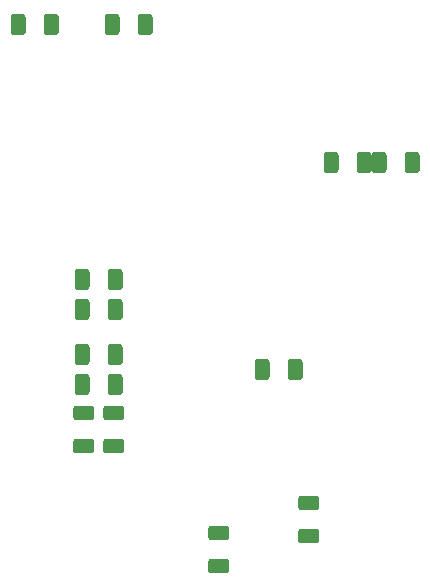
<source format=gbr>
G04 #@! TF.GenerationSoftware,KiCad,Pcbnew,5.1.5-52549c5~84~ubuntu19.10.1*
G04 #@! TF.CreationDate,2020-08-17T19:51:59+03:00*
G04 #@! TF.ProjectId,hymTracker,68796d54-7261-4636-9b65-722e6b696361,rev?*
G04 #@! TF.SameCoordinates,Original*
G04 #@! TF.FileFunction,Paste,Bot*
G04 #@! TF.FilePolarity,Positive*
%FSLAX46Y46*%
G04 Gerber Fmt 4.6, Leading zero omitted, Abs format (unit mm)*
G04 Created by KiCad (PCBNEW 5.1.5-52549c5~84~ubuntu19.10.1) date 2020-08-17 19:51:59*
%MOMM*%
%LPD*%
G04 APERTURE LIST*
%ADD10C,0.100000*%
G04 APERTURE END LIST*
D10*
G36*
X69229504Y-80786204D02*
G01*
X69253773Y-80789804D01*
X69277571Y-80795765D01*
X69300671Y-80804030D01*
X69322849Y-80814520D01*
X69343893Y-80827133D01*
X69363598Y-80841747D01*
X69381777Y-80858223D01*
X69398253Y-80876402D01*
X69412867Y-80896107D01*
X69425480Y-80917151D01*
X69435970Y-80939329D01*
X69444235Y-80962429D01*
X69450196Y-80986227D01*
X69453796Y-81010496D01*
X69455000Y-81035000D01*
X69455000Y-81785000D01*
X69453796Y-81809504D01*
X69450196Y-81833773D01*
X69444235Y-81857571D01*
X69435970Y-81880671D01*
X69425480Y-81902849D01*
X69412867Y-81923893D01*
X69398253Y-81943598D01*
X69381777Y-81961777D01*
X69363598Y-81978253D01*
X69343893Y-81992867D01*
X69322849Y-82005480D01*
X69300671Y-82015970D01*
X69277571Y-82024235D01*
X69253773Y-82030196D01*
X69229504Y-82033796D01*
X69205000Y-82035000D01*
X67955000Y-82035000D01*
X67930496Y-82033796D01*
X67906227Y-82030196D01*
X67882429Y-82024235D01*
X67859329Y-82015970D01*
X67837151Y-82005480D01*
X67816107Y-81992867D01*
X67796402Y-81978253D01*
X67778223Y-81961777D01*
X67761747Y-81943598D01*
X67747133Y-81923893D01*
X67734520Y-81902849D01*
X67724030Y-81880671D01*
X67715765Y-81857571D01*
X67709804Y-81833773D01*
X67706204Y-81809504D01*
X67705000Y-81785000D01*
X67705000Y-81035000D01*
X67706204Y-81010496D01*
X67709804Y-80986227D01*
X67715765Y-80962429D01*
X67724030Y-80939329D01*
X67734520Y-80917151D01*
X67747133Y-80896107D01*
X67761747Y-80876402D01*
X67778223Y-80858223D01*
X67796402Y-80841747D01*
X67816107Y-80827133D01*
X67837151Y-80814520D01*
X67859329Y-80804030D01*
X67882429Y-80795765D01*
X67906227Y-80789804D01*
X67930496Y-80786204D01*
X67955000Y-80785000D01*
X69205000Y-80785000D01*
X69229504Y-80786204D01*
G37*
G36*
X69229504Y-77986204D02*
G01*
X69253773Y-77989804D01*
X69277571Y-77995765D01*
X69300671Y-78004030D01*
X69322849Y-78014520D01*
X69343893Y-78027133D01*
X69363598Y-78041747D01*
X69381777Y-78058223D01*
X69398253Y-78076402D01*
X69412867Y-78096107D01*
X69425480Y-78117151D01*
X69435970Y-78139329D01*
X69444235Y-78162429D01*
X69450196Y-78186227D01*
X69453796Y-78210496D01*
X69455000Y-78235000D01*
X69455000Y-78985000D01*
X69453796Y-79009504D01*
X69450196Y-79033773D01*
X69444235Y-79057571D01*
X69435970Y-79080671D01*
X69425480Y-79102849D01*
X69412867Y-79123893D01*
X69398253Y-79143598D01*
X69381777Y-79161777D01*
X69363598Y-79178253D01*
X69343893Y-79192867D01*
X69322849Y-79205480D01*
X69300671Y-79215970D01*
X69277571Y-79224235D01*
X69253773Y-79230196D01*
X69229504Y-79233796D01*
X69205000Y-79235000D01*
X67955000Y-79235000D01*
X67930496Y-79233796D01*
X67906227Y-79230196D01*
X67882429Y-79224235D01*
X67859329Y-79215970D01*
X67837151Y-79205480D01*
X67816107Y-79192867D01*
X67796402Y-79178253D01*
X67778223Y-79161777D01*
X67761747Y-79143598D01*
X67747133Y-79123893D01*
X67734520Y-79102849D01*
X67724030Y-79080671D01*
X67715765Y-79057571D01*
X67709804Y-79033773D01*
X67706204Y-79009504D01*
X67705000Y-78985000D01*
X67705000Y-78235000D01*
X67706204Y-78210496D01*
X67709804Y-78186227D01*
X67715765Y-78162429D01*
X67724030Y-78139329D01*
X67734520Y-78117151D01*
X67747133Y-78096107D01*
X67761747Y-78076402D01*
X67778223Y-78058223D01*
X67796402Y-78041747D01*
X67816107Y-78027133D01*
X67837151Y-78014520D01*
X67859329Y-78004030D01*
X67882429Y-77995765D01*
X67906227Y-77989804D01*
X67930496Y-77986204D01*
X67955000Y-77985000D01*
X69205000Y-77985000D01*
X69229504Y-77986204D01*
G37*
G36*
X71389504Y-44846204D02*
G01*
X71413773Y-44849804D01*
X71437571Y-44855765D01*
X71460671Y-44864030D01*
X71482849Y-44874520D01*
X71503893Y-44887133D01*
X71523598Y-44901747D01*
X71541777Y-44918223D01*
X71558253Y-44936402D01*
X71572867Y-44956107D01*
X71585480Y-44977151D01*
X71595970Y-44999329D01*
X71604235Y-45022429D01*
X71610196Y-45046227D01*
X71613796Y-45070496D01*
X71615000Y-45095000D01*
X71615000Y-46345000D01*
X71613796Y-46369504D01*
X71610196Y-46393773D01*
X71604235Y-46417571D01*
X71595970Y-46440671D01*
X71585480Y-46462849D01*
X71572867Y-46483893D01*
X71558253Y-46503598D01*
X71541777Y-46521777D01*
X71523598Y-46538253D01*
X71503893Y-46552867D01*
X71482849Y-46565480D01*
X71460671Y-46575970D01*
X71437571Y-46584235D01*
X71413773Y-46590196D01*
X71389504Y-46593796D01*
X71365000Y-46595000D01*
X70615000Y-46595000D01*
X70590496Y-46593796D01*
X70566227Y-46590196D01*
X70542429Y-46584235D01*
X70519329Y-46575970D01*
X70497151Y-46565480D01*
X70476107Y-46552867D01*
X70456402Y-46538253D01*
X70438223Y-46521777D01*
X70421747Y-46503598D01*
X70407133Y-46483893D01*
X70394520Y-46462849D01*
X70384030Y-46440671D01*
X70375765Y-46417571D01*
X70369804Y-46393773D01*
X70366204Y-46369504D01*
X70365000Y-46345000D01*
X70365000Y-45095000D01*
X70366204Y-45070496D01*
X70369804Y-45046227D01*
X70375765Y-45022429D01*
X70384030Y-44999329D01*
X70394520Y-44977151D01*
X70407133Y-44956107D01*
X70421747Y-44936402D01*
X70438223Y-44918223D01*
X70456402Y-44901747D01*
X70476107Y-44887133D01*
X70497151Y-44874520D01*
X70519329Y-44864030D01*
X70542429Y-44855765D01*
X70566227Y-44849804D01*
X70590496Y-44846204D01*
X70615000Y-44845000D01*
X71365000Y-44845000D01*
X71389504Y-44846204D01*
G37*
G36*
X74189504Y-44846204D02*
G01*
X74213773Y-44849804D01*
X74237571Y-44855765D01*
X74260671Y-44864030D01*
X74282849Y-44874520D01*
X74303893Y-44887133D01*
X74323598Y-44901747D01*
X74341777Y-44918223D01*
X74358253Y-44936402D01*
X74372867Y-44956107D01*
X74385480Y-44977151D01*
X74395970Y-44999329D01*
X74404235Y-45022429D01*
X74410196Y-45046227D01*
X74413796Y-45070496D01*
X74415000Y-45095000D01*
X74415000Y-46345000D01*
X74413796Y-46369504D01*
X74410196Y-46393773D01*
X74404235Y-46417571D01*
X74395970Y-46440671D01*
X74385480Y-46462849D01*
X74372867Y-46483893D01*
X74358253Y-46503598D01*
X74341777Y-46521777D01*
X74323598Y-46538253D01*
X74303893Y-46552867D01*
X74282849Y-46565480D01*
X74260671Y-46575970D01*
X74237571Y-46584235D01*
X74213773Y-46590196D01*
X74189504Y-46593796D01*
X74165000Y-46595000D01*
X73415000Y-46595000D01*
X73390496Y-46593796D01*
X73366227Y-46590196D01*
X73342429Y-46584235D01*
X73319329Y-46575970D01*
X73297151Y-46565480D01*
X73276107Y-46552867D01*
X73256402Y-46538253D01*
X73238223Y-46521777D01*
X73221747Y-46503598D01*
X73207133Y-46483893D01*
X73194520Y-46462849D01*
X73184030Y-46440671D01*
X73175765Y-46417571D01*
X73169804Y-46393773D01*
X73166204Y-46369504D01*
X73165000Y-46345000D01*
X73165000Y-45095000D01*
X73166204Y-45070496D01*
X73169804Y-45046227D01*
X73175765Y-45022429D01*
X73184030Y-44999329D01*
X73194520Y-44977151D01*
X73207133Y-44956107D01*
X73221747Y-44936402D01*
X73238223Y-44918223D01*
X73256402Y-44901747D01*
X73276107Y-44887133D01*
X73297151Y-44874520D01*
X73319329Y-44864030D01*
X73342429Y-44855765D01*
X73366227Y-44849804D01*
X73390496Y-44846204D01*
X73415000Y-44845000D01*
X74165000Y-44845000D01*
X74189504Y-44846204D01*
G37*
G36*
X88279504Y-85606204D02*
G01*
X88303773Y-85609804D01*
X88327571Y-85615765D01*
X88350671Y-85624030D01*
X88372849Y-85634520D01*
X88393893Y-85647133D01*
X88413598Y-85661747D01*
X88431777Y-85678223D01*
X88448253Y-85696402D01*
X88462867Y-85716107D01*
X88475480Y-85737151D01*
X88485970Y-85759329D01*
X88494235Y-85782429D01*
X88500196Y-85806227D01*
X88503796Y-85830496D01*
X88505000Y-85855000D01*
X88505000Y-86605000D01*
X88503796Y-86629504D01*
X88500196Y-86653773D01*
X88494235Y-86677571D01*
X88485970Y-86700671D01*
X88475480Y-86722849D01*
X88462867Y-86743893D01*
X88448253Y-86763598D01*
X88431777Y-86781777D01*
X88413598Y-86798253D01*
X88393893Y-86812867D01*
X88372849Y-86825480D01*
X88350671Y-86835970D01*
X88327571Y-86844235D01*
X88303773Y-86850196D01*
X88279504Y-86853796D01*
X88255000Y-86855000D01*
X87005000Y-86855000D01*
X86980496Y-86853796D01*
X86956227Y-86850196D01*
X86932429Y-86844235D01*
X86909329Y-86835970D01*
X86887151Y-86825480D01*
X86866107Y-86812867D01*
X86846402Y-86798253D01*
X86828223Y-86781777D01*
X86811747Y-86763598D01*
X86797133Y-86743893D01*
X86784520Y-86722849D01*
X86774030Y-86700671D01*
X86765765Y-86677571D01*
X86759804Y-86653773D01*
X86756204Y-86629504D01*
X86755000Y-86605000D01*
X86755000Y-85855000D01*
X86756204Y-85830496D01*
X86759804Y-85806227D01*
X86765765Y-85782429D01*
X86774030Y-85759329D01*
X86784520Y-85737151D01*
X86797133Y-85716107D01*
X86811747Y-85696402D01*
X86828223Y-85678223D01*
X86846402Y-85661747D01*
X86866107Y-85647133D01*
X86887151Y-85634520D01*
X86909329Y-85624030D01*
X86932429Y-85615765D01*
X86956227Y-85609804D01*
X86980496Y-85606204D01*
X87005000Y-85605000D01*
X88255000Y-85605000D01*
X88279504Y-85606204D01*
G37*
G36*
X88279504Y-88406204D02*
G01*
X88303773Y-88409804D01*
X88327571Y-88415765D01*
X88350671Y-88424030D01*
X88372849Y-88434520D01*
X88393893Y-88447133D01*
X88413598Y-88461747D01*
X88431777Y-88478223D01*
X88448253Y-88496402D01*
X88462867Y-88516107D01*
X88475480Y-88537151D01*
X88485970Y-88559329D01*
X88494235Y-88582429D01*
X88500196Y-88606227D01*
X88503796Y-88630496D01*
X88505000Y-88655000D01*
X88505000Y-89405000D01*
X88503796Y-89429504D01*
X88500196Y-89453773D01*
X88494235Y-89477571D01*
X88485970Y-89500671D01*
X88475480Y-89522849D01*
X88462867Y-89543893D01*
X88448253Y-89563598D01*
X88431777Y-89581777D01*
X88413598Y-89598253D01*
X88393893Y-89612867D01*
X88372849Y-89625480D01*
X88350671Y-89635970D01*
X88327571Y-89644235D01*
X88303773Y-89650196D01*
X88279504Y-89653796D01*
X88255000Y-89655000D01*
X87005000Y-89655000D01*
X86980496Y-89653796D01*
X86956227Y-89650196D01*
X86932429Y-89644235D01*
X86909329Y-89635970D01*
X86887151Y-89625480D01*
X86866107Y-89612867D01*
X86846402Y-89598253D01*
X86828223Y-89581777D01*
X86811747Y-89563598D01*
X86797133Y-89543893D01*
X86784520Y-89522849D01*
X86774030Y-89500671D01*
X86765765Y-89477571D01*
X86759804Y-89453773D01*
X86756204Y-89429504D01*
X86755000Y-89405000D01*
X86755000Y-88655000D01*
X86756204Y-88630496D01*
X86759804Y-88606227D01*
X86765765Y-88582429D01*
X86774030Y-88559329D01*
X86784520Y-88537151D01*
X86797133Y-88516107D01*
X86811747Y-88496402D01*
X86828223Y-88478223D01*
X86846402Y-88461747D01*
X86866107Y-88447133D01*
X86887151Y-88434520D01*
X86909329Y-88424030D01*
X86932429Y-88415765D01*
X86956227Y-88409804D01*
X86980496Y-88406204D01*
X87005000Y-88405000D01*
X88255000Y-88405000D01*
X88279504Y-88406204D01*
G37*
G36*
X71769504Y-77986204D02*
G01*
X71793773Y-77989804D01*
X71817571Y-77995765D01*
X71840671Y-78004030D01*
X71862849Y-78014520D01*
X71883893Y-78027133D01*
X71903598Y-78041747D01*
X71921777Y-78058223D01*
X71938253Y-78076402D01*
X71952867Y-78096107D01*
X71965480Y-78117151D01*
X71975970Y-78139329D01*
X71984235Y-78162429D01*
X71990196Y-78186227D01*
X71993796Y-78210496D01*
X71995000Y-78235000D01*
X71995000Y-78985000D01*
X71993796Y-79009504D01*
X71990196Y-79033773D01*
X71984235Y-79057571D01*
X71975970Y-79080671D01*
X71965480Y-79102849D01*
X71952867Y-79123893D01*
X71938253Y-79143598D01*
X71921777Y-79161777D01*
X71903598Y-79178253D01*
X71883893Y-79192867D01*
X71862849Y-79205480D01*
X71840671Y-79215970D01*
X71817571Y-79224235D01*
X71793773Y-79230196D01*
X71769504Y-79233796D01*
X71745000Y-79235000D01*
X70495000Y-79235000D01*
X70470496Y-79233796D01*
X70446227Y-79230196D01*
X70422429Y-79224235D01*
X70399329Y-79215970D01*
X70377151Y-79205480D01*
X70356107Y-79192867D01*
X70336402Y-79178253D01*
X70318223Y-79161777D01*
X70301747Y-79143598D01*
X70287133Y-79123893D01*
X70274520Y-79102849D01*
X70264030Y-79080671D01*
X70255765Y-79057571D01*
X70249804Y-79033773D01*
X70246204Y-79009504D01*
X70245000Y-78985000D01*
X70245000Y-78235000D01*
X70246204Y-78210496D01*
X70249804Y-78186227D01*
X70255765Y-78162429D01*
X70264030Y-78139329D01*
X70274520Y-78117151D01*
X70287133Y-78096107D01*
X70301747Y-78076402D01*
X70318223Y-78058223D01*
X70336402Y-78041747D01*
X70356107Y-78027133D01*
X70377151Y-78014520D01*
X70399329Y-78004030D01*
X70422429Y-77995765D01*
X70446227Y-77989804D01*
X70470496Y-77986204D01*
X70495000Y-77985000D01*
X71745000Y-77985000D01*
X71769504Y-77986204D01*
G37*
G36*
X71769504Y-80786204D02*
G01*
X71793773Y-80789804D01*
X71817571Y-80795765D01*
X71840671Y-80804030D01*
X71862849Y-80814520D01*
X71883893Y-80827133D01*
X71903598Y-80841747D01*
X71921777Y-80858223D01*
X71938253Y-80876402D01*
X71952867Y-80896107D01*
X71965480Y-80917151D01*
X71975970Y-80939329D01*
X71984235Y-80962429D01*
X71990196Y-80986227D01*
X71993796Y-81010496D01*
X71995000Y-81035000D01*
X71995000Y-81785000D01*
X71993796Y-81809504D01*
X71990196Y-81833773D01*
X71984235Y-81857571D01*
X71975970Y-81880671D01*
X71965480Y-81902849D01*
X71952867Y-81923893D01*
X71938253Y-81943598D01*
X71921777Y-81961777D01*
X71903598Y-81978253D01*
X71883893Y-81992867D01*
X71862849Y-82005480D01*
X71840671Y-82015970D01*
X71817571Y-82024235D01*
X71793773Y-82030196D01*
X71769504Y-82033796D01*
X71745000Y-82035000D01*
X70495000Y-82035000D01*
X70470496Y-82033796D01*
X70446227Y-82030196D01*
X70422429Y-82024235D01*
X70399329Y-82015970D01*
X70377151Y-82005480D01*
X70356107Y-81992867D01*
X70336402Y-81978253D01*
X70318223Y-81961777D01*
X70301747Y-81943598D01*
X70287133Y-81923893D01*
X70274520Y-81902849D01*
X70264030Y-81880671D01*
X70255765Y-81857571D01*
X70249804Y-81833773D01*
X70246204Y-81809504D01*
X70245000Y-81785000D01*
X70245000Y-81035000D01*
X70246204Y-81010496D01*
X70249804Y-80986227D01*
X70255765Y-80962429D01*
X70264030Y-80939329D01*
X70274520Y-80917151D01*
X70287133Y-80896107D01*
X70301747Y-80876402D01*
X70318223Y-80858223D01*
X70336402Y-80841747D01*
X70356107Y-80827133D01*
X70377151Y-80814520D01*
X70399329Y-80804030D01*
X70422429Y-80795765D01*
X70446227Y-80789804D01*
X70470496Y-80786204D01*
X70495000Y-80785000D01*
X71745000Y-80785000D01*
X71769504Y-80786204D01*
G37*
G36*
X86889504Y-74056204D02*
G01*
X86913773Y-74059804D01*
X86937571Y-74065765D01*
X86960671Y-74074030D01*
X86982849Y-74084520D01*
X87003893Y-74097133D01*
X87023598Y-74111747D01*
X87041777Y-74128223D01*
X87058253Y-74146402D01*
X87072867Y-74166107D01*
X87085480Y-74187151D01*
X87095970Y-74209329D01*
X87104235Y-74232429D01*
X87110196Y-74256227D01*
X87113796Y-74280496D01*
X87115000Y-74305000D01*
X87115000Y-75555000D01*
X87113796Y-75579504D01*
X87110196Y-75603773D01*
X87104235Y-75627571D01*
X87095970Y-75650671D01*
X87085480Y-75672849D01*
X87072867Y-75693893D01*
X87058253Y-75713598D01*
X87041777Y-75731777D01*
X87023598Y-75748253D01*
X87003893Y-75762867D01*
X86982849Y-75775480D01*
X86960671Y-75785970D01*
X86937571Y-75794235D01*
X86913773Y-75800196D01*
X86889504Y-75803796D01*
X86865000Y-75805000D01*
X86115000Y-75805000D01*
X86090496Y-75803796D01*
X86066227Y-75800196D01*
X86042429Y-75794235D01*
X86019329Y-75785970D01*
X85997151Y-75775480D01*
X85976107Y-75762867D01*
X85956402Y-75748253D01*
X85938223Y-75731777D01*
X85921747Y-75713598D01*
X85907133Y-75693893D01*
X85894520Y-75672849D01*
X85884030Y-75650671D01*
X85875765Y-75627571D01*
X85869804Y-75603773D01*
X85866204Y-75579504D01*
X85865000Y-75555000D01*
X85865000Y-74305000D01*
X85866204Y-74280496D01*
X85869804Y-74256227D01*
X85875765Y-74232429D01*
X85884030Y-74209329D01*
X85894520Y-74187151D01*
X85907133Y-74166107D01*
X85921747Y-74146402D01*
X85938223Y-74128223D01*
X85956402Y-74111747D01*
X85976107Y-74097133D01*
X85997151Y-74084520D01*
X86019329Y-74074030D01*
X86042429Y-74065765D01*
X86066227Y-74059804D01*
X86090496Y-74056204D01*
X86115000Y-74055000D01*
X86865000Y-74055000D01*
X86889504Y-74056204D01*
G37*
G36*
X84089504Y-74056204D02*
G01*
X84113773Y-74059804D01*
X84137571Y-74065765D01*
X84160671Y-74074030D01*
X84182849Y-74084520D01*
X84203893Y-74097133D01*
X84223598Y-74111747D01*
X84241777Y-74128223D01*
X84258253Y-74146402D01*
X84272867Y-74166107D01*
X84285480Y-74187151D01*
X84295970Y-74209329D01*
X84304235Y-74232429D01*
X84310196Y-74256227D01*
X84313796Y-74280496D01*
X84315000Y-74305000D01*
X84315000Y-75555000D01*
X84313796Y-75579504D01*
X84310196Y-75603773D01*
X84304235Y-75627571D01*
X84295970Y-75650671D01*
X84285480Y-75672849D01*
X84272867Y-75693893D01*
X84258253Y-75713598D01*
X84241777Y-75731777D01*
X84223598Y-75748253D01*
X84203893Y-75762867D01*
X84182849Y-75775480D01*
X84160671Y-75785970D01*
X84137571Y-75794235D01*
X84113773Y-75800196D01*
X84089504Y-75803796D01*
X84065000Y-75805000D01*
X83315000Y-75805000D01*
X83290496Y-75803796D01*
X83266227Y-75800196D01*
X83242429Y-75794235D01*
X83219329Y-75785970D01*
X83197151Y-75775480D01*
X83176107Y-75762867D01*
X83156402Y-75748253D01*
X83138223Y-75731777D01*
X83121747Y-75713598D01*
X83107133Y-75693893D01*
X83094520Y-75672849D01*
X83084030Y-75650671D01*
X83075765Y-75627571D01*
X83069804Y-75603773D01*
X83066204Y-75579504D01*
X83065000Y-75555000D01*
X83065000Y-74305000D01*
X83066204Y-74280496D01*
X83069804Y-74256227D01*
X83075765Y-74232429D01*
X83084030Y-74209329D01*
X83094520Y-74187151D01*
X83107133Y-74166107D01*
X83121747Y-74146402D01*
X83138223Y-74128223D01*
X83156402Y-74111747D01*
X83176107Y-74097133D01*
X83197151Y-74084520D01*
X83219329Y-74074030D01*
X83242429Y-74065765D01*
X83266227Y-74059804D01*
X83290496Y-74056204D01*
X83315000Y-74055000D01*
X84065000Y-74055000D01*
X84089504Y-74056204D01*
G37*
G36*
X68849504Y-75326204D02*
G01*
X68873773Y-75329804D01*
X68897571Y-75335765D01*
X68920671Y-75344030D01*
X68942849Y-75354520D01*
X68963893Y-75367133D01*
X68983598Y-75381747D01*
X69001777Y-75398223D01*
X69018253Y-75416402D01*
X69032867Y-75436107D01*
X69045480Y-75457151D01*
X69055970Y-75479329D01*
X69064235Y-75502429D01*
X69070196Y-75526227D01*
X69073796Y-75550496D01*
X69075000Y-75575000D01*
X69075000Y-76825000D01*
X69073796Y-76849504D01*
X69070196Y-76873773D01*
X69064235Y-76897571D01*
X69055970Y-76920671D01*
X69045480Y-76942849D01*
X69032867Y-76963893D01*
X69018253Y-76983598D01*
X69001777Y-77001777D01*
X68983598Y-77018253D01*
X68963893Y-77032867D01*
X68942849Y-77045480D01*
X68920671Y-77055970D01*
X68897571Y-77064235D01*
X68873773Y-77070196D01*
X68849504Y-77073796D01*
X68825000Y-77075000D01*
X68075000Y-77075000D01*
X68050496Y-77073796D01*
X68026227Y-77070196D01*
X68002429Y-77064235D01*
X67979329Y-77055970D01*
X67957151Y-77045480D01*
X67936107Y-77032867D01*
X67916402Y-77018253D01*
X67898223Y-77001777D01*
X67881747Y-76983598D01*
X67867133Y-76963893D01*
X67854520Y-76942849D01*
X67844030Y-76920671D01*
X67835765Y-76897571D01*
X67829804Y-76873773D01*
X67826204Y-76849504D01*
X67825000Y-76825000D01*
X67825000Y-75575000D01*
X67826204Y-75550496D01*
X67829804Y-75526227D01*
X67835765Y-75502429D01*
X67844030Y-75479329D01*
X67854520Y-75457151D01*
X67867133Y-75436107D01*
X67881747Y-75416402D01*
X67898223Y-75398223D01*
X67916402Y-75381747D01*
X67936107Y-75367133D01*
X67957151Y-75354520D01*
X67979329Y-75344030D01*
X68002429Y-75335765D01*
X68026227Y-75329804D01*
X68050496Y-75326204D01*
X68075000Y-75325000D01*
X68825000Y-75325000D01*
X68849504Y-75326204D01*
G37*
G36*
X71649504Y-75326204D02*
G01*
X71673773Y-75329804D01*
X71697571Y-75335765D01*
X71720671Y-75344030D01*
X71742849Y-75354520D01*
X71763893Y-75367133D01*
X71783598Y-75381747D01*
X71801777Y-75398223D01*
X71818253Y-75416402D01*
X71832867Y-75436107D01*
X71845480Y-75457151D01*
X71855970Y-75479329D01*
X71864235Y-75502429D01*
X71870196Y-75526227D01*
X71873796Y-75550496D01*
X71875000Y-75575000D01*
X71875000Y-76825000D01*
X71873796Y-76849504D01*
X71870196Y-76873773D01*
X71864235Y-76897571D01*
X71855970Y-76920671D01*
X71845480Y-76942849D01*
X71832867Y-76963893D01*
X71818253Y-76983598D01*
X71801777Y-77001777D01*
X71783598Y-77018253D01*
X71763893Y-77032867D01*
X71742849Y-77045480D01*
X71720671Y-77055970D01*
X71697571Y-77064235D01*
X71673773Y-77070196D01*
X71649504Y-77073796D01*
X71625000Y-77075000D01*
X70875000Y-77075000D01*
X70850496Y-77073796D01*
X70826227Y-77070196D01*
X70802429Y-77064235D01*
X70779329Y-77055970D01*
X70757151Y-77045480D01*
X70736107Y-77032867D01*
X70716402Y-77018253D01*
X70698223Y-77001777D01*
X70681747Y-76983598D01*
X70667133Y-76963893D01*
X70654520Y-76942849D01*
X70644030Y-76920671D01*
X70635765Y-76897571D01*
X70629804Y-76873773D01*
X70626204Y-76849504D01*
X70625000Y-76825000D01*
X70625000Y-75575000D01*
X70626204Y-75550496D01*
X70629804Y-75526227D01*
X70635765Y-75502429D01*
X70644030Y-75479329D01*
X70654520Y-75457151D01*
X70667133Y-75436107D01*
X70681747Y-75416402D01*
X70698223Y-75398223D01*
X70716402Y-75381747D01*
X70736107Y-75367133D01*
X70757151Y-75354520D01*
X70779329Y-75344030D01*
X70802429Y-75335765D01*
X70826227Y-75329804D01*
X70850496Y-75326204D01*
X70875000Y-75325000D01*
X71625000Y-75325000D01*
X71649504Y-75326204D01*
G37*
G36*
X68849504Y-72786204D02*
G01*
X68873773Y-72789804D01*
X68897571Y-72795765D01*
X68920671Y-72804030D01*
X68942849Y-72814520D01*
X68963893Y-72827133D01*
X68983598Y-72841747D01*
X69001777Y-72858223D01*
X69018253Y-72876402D01*
X69032867Y-72896107D01*
X69045480Y-72917151D01*
X69055970Y-72939329D01*
X69064235Y-72962429D01*
X69070196Y-72986227D01*
X69073796Y-73010496D01*
X69075000Y-73035000D01*
X69075000Y-74285000D01*
X69073796Y-74309504D01*
X69070196Y-74333773D01*
X69064235Y-74357571D01*
X69055970Y-74380671D01*
X69045480Y-74402849D01*
X69032867Y-74423893D01*
X69018253Y-74443598D01*
X69001777Y-74461777D01*
X68983598Y-74478253D01*
X68963893Y-74492867D01*
X68942849Y-74505480D01*
X68920671Y-74515970D01*
X68897571Y-74524235D01*
X68873773Y-74530196D01*
X68849504Y-74533796D01*
X68825000Y-74535000D01*
X68075000Y-74535000D01*
X68050496Y-74533796D01*
X68026227Y-74530196D01*
X68002429Y-74524235D01*
X67979329Y-74515970D01*
X67957151Y-74505480D01*
X67936107Y-74492867D01*
X67916402Y-74478253D01*
X67898223Y-74461777D01*
X67881747Y-74443598D01*
X67867133Y-74423893D01*
X67854520Y-74402849D01*
X67844030Y-74380671D01*
X67835765Y-74357571D01*
X67829804Y-74333773D01*
X67826204Y-74309504D01*
X67825000Y-74285000D01*
X67825000Y-73035000D01*
X67826204Y-73010496D01*
X67829804Y-72986227D01*
X67835765Y-72962429D01*
X67844030Y-72939329D01*
X67854520Y-72917151D01*
X67867133Y-72896107D01*
X67881747Y-72876402D01*
X67898223Y-72858223D01*
X67916402Y-72841747D01*
X67936107Y-72827133D01*
X67957151Y-72814520D01*
X67979329Y-72804030D01*
X68002429Y-72795765D01*
X68026227Y-72789804D01*
X68050496Y-72786204D01*
X68075000Y-72785000D01*
X68825000Y-72785000D01*
X68849504Y-72786204D01*
G37*
G36*
X71649504Y-72786204D02*
G01*
X71673773Y-72789804D01*
X71697571Y-72795765D01*
X71720671Y-72804030D01*
X71742849Y-72814520D01*
X71763893Y-72827133D01*
X71783598Y-72841747D01*
X71801777Y-72858223D01*
X71818253Y-72876402D01*
X71832867Y-72896107D01*
X71845480Y-72917151D01*
X71855970Y-72939329D01*
X71864235Y-72962429D01*
X71870196Y-72986227D01*
X71873796Y-73010496D01*
X71875000Y-73035000D01*
X71875000Y-74285000D01*
X71873796Y-74309504D01*
X71870196Y-74333773D01*
X71864235Y-74357571D01*
X71855970Y-74380671D01*
X71845480Y-74402849D01*
X71832867Y-74423893D01*
X71818253Y-74443598D01*
X71801777Y-74461777D01*
X71783598Y-74478253D01*
X71763893Y-74492867D01*
X71742849Y-74505480D01*
X71720671Y-74515970D01*
X71697571Y-74524235D01*
X71673773Y-74530196D01*
X71649504Y-74533796D01*
X71625000Y-74535000D01*
X70875000Y-74535000D01*
X70850496Y-74533796D01*
X70826227Y-74530196D01*
X70802429Y-74524235D01*
X70779329Y-74515970D01*
X70757151Y-74505480D01*
X70736107Y-74492867D01*
X70716402Y-74478253D01*
X70698223Y-74461777D01*
X70681747Y-74443598D01*
X70667133Y-74423893D01*
X70654520Y-74402849D01*
X70644030Y-74380671D01*
X70635765Y-74357571D01*
X70629804Y-74333773D01*
X70626204Y-74309504D01*
X70625000Y-74285000D01*
X70625000Y-73035000D01*
X70626204Y-73010496D01*
X70629804Y-72986227D01*
X70635765Y-72962429D01*
X70644030Y-72939329D01*
X70654520Y-72917151D01*
X70667133Y-72896107D01*
X70681747Y-72876402D01*
X70698223Y-72858223D01*
X70716402Y-72841747D01*
X70736107Y-72827133D01*
X70757151Y-72814520D01*
X70779329Y-72804030D01*
X70802429Y-72795765D01*
X70826227Y-72789804D01*
X70850496Y-72786204D01*
X70875000Y-72785000D01*
X71625000Y-72785000D01*
X71649504Y-72786204D01*
G37*
G36*
X68849504Y-68976204D02*
G01*
X68873773Y-68979804D01*
X68897571Y-68985765D01*
X68920671Y-68994030D01*
X68942849Y-69004520D01*
X68963893Y-69017133D01*
X68983598Y-69031747D01*
X69001777Y-69048223D01*
X69018253Y-69066402D01*
X69032867Y-69086107D01*
X69045480Y-69107151D01*
X69055970Y-69129329D01*
X69064235Y-69152429D01*
X69070196Y-69176227D01*
X69073796Y-69200496D01*
X69075000Y-69225000D01*
X69075000Y-70475000D01*
X69073796Y-70499504D01*
X69070196Y-70523773D01*
X69064235Y-70547571D01*
X69055970Y-70570671D01*
X69045480Y-70592849D01*
X69032867Y-70613893D01*
X69018253Y-70633598D01*
X69001777Y-70651777D01*
X68983598Y-70668253D01*
X68963893Y-70682867D01*
X68942849Y-70695480D01*
X68920671Y-70705970D01*
X68897571Y-70714235D01*
X68873773Y-70720196D01*
X68849504Y-70723796D01*
X68825000Y-70725000D01*
X68075000Y-70725000D01*
X68050496Y-70723796D01*
X68026227Y-70720196D01*
X68002429Y-70714235D01*
X67979329Y-70705970D01*
X67957151Y-70695480D01*
X67936107Y-70682867D01*
X67916402Y-70668253D01*
X67898223Y-70651777D01*
X67881747Y-70633598D01*
X67867133Y-70613893D01*
X67854520Y-70592849D01*
X67844030Y-70570671D01*
X67835765Y-70547571D01*
X67829804Y-70523773D01*
X67826204Y-70499504D01*
X67825000Y-70475000D01*
X67825000Y-69225000D01*
X67826204Y-69200496D01*
X67829804Y-69176227D01*
X67835765Y-69152429D01*
X67844030Y-69129329D01*
X67854520Y-69107151D01*
X67867133Y-69086107D01*
X67881747Y-69066402D01*
X67898223Y-69048223D01*
X67916402Y-69031747D01*
X67936107Y-69017133D01*
X67957151Y-69004520D01*
X67979329Y-68994030D01*
X68002429Y-68985765D01*
X68026227Y-68979804D01*
X68050496Y-68976204D01*
X68075000Y-68975000D01*
X68825000Y-68975000D01*
X68849504Y-68976204D01*
G37*
G36*
X71649504Y-68976204D02*
G01*
X71673773Y-68979804D01*
X71697571Y-68985765D01*
X71720671Y-68994030D01*
X71742849Y-69004520D01*
X71763893Y-69017133D01*
X71783598Y-69031747D01*
X71801777Y-69048223D01*
X71818253Y-69066402D01*
X71832867Y-69086107D01*
X71845480Y-69107151D01*
X71855970Y-69129329D01*
X71864235Y-69152429D01*
X71870196Y-69176227D01*
X71873796Y-69200496D01*
X71875000Y-69225000D01*
X71875000Y-70475000D01*
X71873796Y-70499504D01*
X71870196Y-70523773D01*
X71864235Y-70547571D01*
X71855970Y-70570671D01*
X71845480Y-70592849D01*
X71832867Y-70613893D01*
X71818253Y-70633598D01*
X71801777Y-70651777D01*
X71783598Y-70668253D01*
X71763893Y-70682867D01*
X71742849Y-70695480D01*
X71720671Y-70705970D01*
X71697571Y-70714235D01*
X71673773Y-70720196D01*
X71649504Y-70723796D01*
X71625000Y-70725000D01*
X70875000Y-70725000D01*
X70850496Y-70723796D01*
X70826227Y-70720196D01*
X70802429Y-70714235D01*
X70779329Y-70705970D01*
X70757151Y-70695480D01*
X70736107Y-70682867D01*
X70716402Y-70668253D01*
X70698223Y-70651777D01*
X70681747Y-70633598D01*
X70667133Y-70613893D01*
X70654520Y-70592849D01*
X70644030Y-70570671D01*
X70635765Y-70547571D01*
X70629804Y-70523773D01*
X70626204Y-70499504D01*
X70625000Y-70475000D01*
X70625000Y-69225000D01*
X70626204Y-69200496D01*
X70629804Y-69176227D01*
X70635765Y-69152429D01*
X70644030Y-69129329D01*
X70654520Y-69107151D01*
X70667133Y-69086107D01*
X70681747Y-69066402D01*
X70698223Y-69048223D01*
X70716402Y-69031747D01*
X70736107Y-69017133D01*
X70757151Y-69004520D01*
X70779329Y-68994030D01*
X70802429Y-68985765D01*
X70826227Y-68979804D01*
X70850496Y-68976204D01*
X70875000Y-68975000D01*
X71625000Y-68975000D01*
X71649504Y-68976204D01*
G37*
G36*
X68849504Y-66436204D02*
G01*
X68873773Y-66439804D01*
X68897571Y-66445765D01*
X68920671Y-66454030D01*
X68942849Y-66464520D01*
X68963893Y-66477133D01*
X68983598Y-66491747D01*
X69001777Y-66508223D01*
X69018253Y-66526402D01*
X69032867Y-66546107D01*
X69045480Y-66567151D01*
X69055970Y-66589329D01*
X69064235Y-66612429D01*
X69070196Y-66636227D01*
X69073796Y-66660496D01*
X69075000Y-66685000D01*
X69075000Y-67935000D01*
X69073796Y-67959504D01*
X69070196Y-67983773D01*
X69064235Y-68007571D01*
X69055970Y-68030671D01*
X69045480Y-68052849D01*
X69032867Y-68073893D01*
X69018253Y-68093598D01*
X69001777Y-68111777D01*
X68983598Y-68128253D01*
X68963893Y-68142867D01*
X68942849Y-68155480D01*
X68920671Y-68165970D01*
X68897571Y-68174235D01*
X68873773Y-68180196D01*
X68849504Y-68183796D01*
X68825000Y-68185000D01*
X68075000Y-68185000D01*
X68050496Y-68183796D01*
X68026227Y-68180196D01*
X68002429Y-68174235D01*
X67979329Y-68165970D01*
X67957151Y-68155480D01*
X67936107Y-68142867D01*
X67916402Y-68128253D01*
X67898223Y-68111777D01*
X67881747Y-68093598D01*
X67867133Y-68073893D01*
X67854520Y-68052849D01*
X67844030Y-68030671D01*
X67835765Y-68007571D01*
X67829804Y-67983773D01*
X67826204Y-67959504D01*
X67825000Y-67935000D01*
X67825000Y-66685000D01*
X67826204Y-66660496D01*
X67829804Y-66636227D01*
X67835765Y-66612429D01*
X67844030Y-66589329D01*
X67854520Y-66567151D01*
X67867133Y-66546107D01*
X67881747Y-66526402D01*
X67898223Y-66508223D01*
X67916402Y-66491747D01*
X67936107Y-66477133D01*
X67957151Y-66464520D01*
X67979329Y-66454030D01*
X68002429Y-66445765D01*
X68026227Y-66439804D01*
X68050496Y-66436204D01*
X68075000Y-66435000D01*
X68825000Y-66435000D01*
X68849504Y-66436204D01*
G37*
G36*
X71649504Y-66436204D02*
G01*
X71673773Y-66439804D01*
X71697571Y-66445765D01*
X71720671Y-66454030D01*
X71742849Y-66464520D01*
X71763893Y-66477133D01*
X71783598Y-66491747D01*
X71801777Y-66508223D01*
X71818253Y-66526402D01*
X71832867Y-66546107D01*
X71845480Y-66567151D01*
X71855970Y-66589329D01*
X71864235Y-66612429D01*
X71870196Y-66636227D01*
X71873796Y-66660496D01*
X71875000Y-66685000D01*
X71875000Y-67935000D01*
X71873796Y-67959504D01*
X71870196Y-67983773D01*
X71864235Y-68007571D01*
X71855970Y-68030671D01*
X71845480Y-68052849D01*
X71832867Y-68073893D01*
X71818253Y-68093598D01*
X71801777Y-68111777D01*
X71783598Y-68128253D01*
X71763893Y-68142867D01*
X71742849Y-68155480D01*
X71720671Y-68165970D01*
X71697571Y-68174235D01*
X71673773Y-68180196D01*
X71649504Y-68183796D01*
X71625000Y-68185000D01*
X70875000Y-68185000D01*
X70850496Y-68183796D01*
X70826227Y-68180196D01*
X70802429Y-68174235D01*
X70779329Y-68165970D01*
X70757151Y-68155480D01*
X70736107Y-68142867D01*
X70716402Y-68128253D01*
X70698223Y-68111777D01*
X70681747Y-68093598D01*
X70667133Y-68073893D01*
X70654520Y-68052849D01*
X70644030Y-68030671D01*
X70635765Y-68007571D01*
X70629804Y-67983773D01*
X70626204Y-67959504D01*
X70625000Y-67935000D01*
X70625000Y-66685000D01*
X70626204Y-66660496D01*
X70629804Y-66636227D01*
X70635765Y-66612429D01*
X70644030Y-66589329D01*
X70654520Y-66567151D01*
X70667133Y-66546107D01*
X70681747Y-66526402D01*
X70698223Y-66508223D01*
X70716402Y-66491747D01*
X70736107Y-66477133D01*
X70757151Y-66464520D01*
X70779329Y-66454030D01*
X70802429Y-66445765D01*
X70826227Y-66439804D01*
X70850496Y-66436204D01*
X70875000Y-66435000D01*
X71625000Y-66435000D01*
X71649504Y-66436204D01*
G37*
G36*
X66237004Y-44846204D02*
G01*
X66261273Y-44849804D01*
X66285071Y-44855765D01*
X66308171Y-44864030D01*
X66330349Y-44874520D01*
X66351393Y-44887133D01*
X66371098Y-44901747D01*
X66389277Y-44918223D01*
X66405753Y-44936402D01*
X66420367Y-44956107D01*
X66432980Y-44977151D01*
X66443470Y-44999329D01*
X66451735Y-45022429D01*
X66457696Y-45046227D01*
X66461296Y-45070496D01*
X66462500Y-45095000D01*
X66462500Y-46345000D01*
X66461296Y-46369504D01*
X66457696Y-46393773D01*
X66451735Y-46417571D01*
X66443470Y-46440671D01*
X66432980Y-46462849D01*
X66420367Y-46483893D01*
X66405753Y-46503598D01*
X66389277Y-46521777D01*
X66371098Y-46538253D01*
X66351393Y-46552867D01*
X66330349Y-46565480D01*
X66308171Y-46575970D01*
X66285071Y-46584235D01*
X66261273Y-46590196D01*
X66237004Y-46593796D01*
X66212500Y-46595000D01*
X65462500Y-46595000D01*
X65437996Y-46593796D01*
X65413727Y-46590196D01*
X65389929Y-46584235D01*
X65366829Y-46575970D01*
X65344651Y-46565480D01*
X65323607Y-46552867D01*
X65303902Y-46538253D01*
X65285723Y-46521777D01*
X65269247Y-46503598D01*
X65254633Y-46483893D01*
X65242020Y-46462849D01*
X65231530Y-46440671D01*
X65223265Y-46417571D01*
X65217304Y-46393773D01*
X65213704Y-46369504D01*
X65212500Y-46345000D01*
X65212500Y-45095000D01*
X65213704Y-45070496D01*
X65217304Y-45046227D01*
X65223265Y-45022429D01*
X65231530Y-44999329D01*
X65242020Y-44977151D01*
X65254633Y-44956107D01*
X65269247Y-44936402D01*
X65285723Y-44918223D01*
X65303902Y-44901747D01*
X65323607Y-44887133D01*
X65344651Y-44874520D01*
X65366829Y-44864030D01*
X65389929Y-44855765D01*
X65413727Y-44849804D01*
X65437996Y-44846204D01*
X65462500Y-44845000D01*
X66212500Y-44845000D01*
X66237004Y-44846204D01*
G37*
G36*
X63437004Y-44846204D02*
G01*
X63461273Y-44849804D01*
X63485071Y-44855765D01*
X63508171Y-44864030D01*
X63530349Y-44874520D01*
X63551393Y-44887133D01*
X63571098Y-44901747D01*
X63589277Y-44918223D01*
X63605753Y-44936402D01*
X63620367Y-44956107D01*
X63632980Y-44977151D01*
X63643470Y-44999329D01*
X63651735Y-45022429D01*
X63657696Y-45046227D01*
X63661296Y-45070496D01*
X63662500Y-45095000D01*
X63662500Y-46345000D01*
X63661296Y-46369504D01*
X63657696Y-46393773D01*
X63651735Y-46417571D01*
X63643470Y-46440671D01*
X63632980Y-46462849D01*
X63620367Y-46483893D01*
X63605753Y-46503598D01*
X63589277Y-46521777D01*
X63571098Y-46538253D01*
X63551393Y-46552867D01*
X63530349Y-46565480D01*
X63508171Y-46575970D01*
X63485071Y-46584235D01*
X63461273Y-46590196D01*
X63437004Y-46593796D01*
X63412500Y-46595000D01*
X62662500Y-46595000D01*
X62637996Y-46593796D01*
X62613727Y-46590196D01*
X62589929Y-46584235D01*
X62566829Y-46575970D01*
X62544651Y-46565480D01*
X62523607Y-46552867D01*
X62503902Y-46538253D01*
X62485723Y-46521777D01*
X62469247Y-46503598D01*
X62454633Y-46483893D01*
X62442020Y-46462849D01*
X62431530Y-46440671D01*
X62423265Y-46417571D01*
X62417304Y-46393773D01*
X62413704Y-46369504D01*
X62412500Y-46345000D01*
X62412500Y-45095000D01*
X62413704Y-45070496D01*
X62417304Y-45046227D01*
X62423265Y-45022429D01*
X62431530Y-44999329D01*
X62442020Y-44977151D01*
X62454633Y-44956107D01*
X62469247Y-44936402D01*
X62485723Y-44918223D01*
X62503902Y-44901747D01*
X62523607Y-44887133D01*
X62544651Y-44874520D01*
X62566829Y-44864030D01*
X62589929Y-44855765D01*
X62613727Y-44849804D01*
X62637996Y-44846204D01*
X62662500Y-44845000D01*
X63412500Y-44845000D01*
X63437004Y-44846204D01*
G37*
G36*
X92731504Y-56530204D02*
G01*
X92755773Y-56533804D01*
X92779571Y-56539765D01*
X92802671Y-56548030D01*
X92824849Y-56558520D01*
X92845893Y-56571133D01*
X92865598Y-56585747D01*
X92883777Y-56602223D01*
X92900253Y-56620402D01*
X92914867Y-56640107D01*
X92927480Y-56661151D01*
X92937970Y-56683329D01*
X92946235Y-56706429D01*
X92952196Y-56730227D01*
X92955796Y-56754496D01*
X92957000Y-56779000D01*
X92957000Y-58029000D01*
X92955796Y-58053504D01*
X92952196Y-58077773D01*
X92946235Y-58101571D01*
X92937970Y-58124671D01*
X92927480Y-58146849D01*
X92914867Y-58167893D01*
X92900253Y-58187598D01*
X92883777Y-58205777D01*
X92865598Y-58222253D01*
X92845893Y-58236867D01*
X92824849Y-58249480D01*
X92802671Y-58259970D01*
X92779571Y-58268235D01*
X92755773Y-58274196D01*
X92731504Y-58277796D01*
X92707000Y-58279000D01*
X91957000Y-58279000D01*
X91932496Y-58277796D01*
X91908227Y-58274196D01*
X91884429Y-58268235D01*
X91861329Y-58259970D01*
X91839151Y-58249480D01*
X91818107Y-58236867D01*
X91798402Y-58222253D01*
X91780223Y-58205777D01*
X91763747Y-58187598D01*
X91749133Y-58167893D01*
X91736520Y-58146849D01*
X91726030Y-58124671D01*
X91717765Y-58101571D01*
X91711804Y-58077773D01*
X91708204Y-58053504D01*
X91707000Y-58029000D01*
X91707000Y-56779000D01*
X91708204Y-56754496D01*
X91711804Y-56730227D01*
X91717765Y-56706429D01*
X91726030Y-56683329D01*
X91736520Y-56661151D01*
X91749133Y-56640107D01*
X91763747Y-56620402D01*
X91780223Y-56602223D01*
X91798402Y-56585747D01*
X91818107Y-56571133D01*
X91839151Y-56558520D01*
X91861329Y-56548030D01*
X91884429Y-56539765D01*
X91908227Y-56533804D01*
X91932496Y-56530204D01*
X91957000Y-56529000D01*
X92707000Y-56529000D01*
X92731504Y-56530204D01*
G37*
G36*
X89931504Y-56530204D02*
G01*
X89955773Y-56533804D01*
X89979571Y-56539765D01*
X90002671Y-56548030D01*
X90024849Y-56558520D01*
X90045893Y-56571133D01*
X90065598Y-56585747D01*
X90083777Y-56602223D01*
X90100253Y-56620402D01*
X90114867Y-56640107D01*
X90127480Y-56661151D01*
X90137970Y-56683329D01*
X90146235Y-56706429D01*
X90152196Y-56730227D01*
X90155796Y-56754496D01*
X90157000Y-56779000D01*
X90157000Y-58029000D01*
X90155796Y-58053504D01*
X90152196Y-58077773D01*
X90146235Y-58101571D01*
X90137970Y-58124671D01*
X90127480Y-58146849D01*
X90114867Y-58167893D01*
X90100253Y-58187598D01*
X90083777Y-58205777D01*
X90065598Y-58222253D01*
X90045893Y-58236867D01*
X90024849Y-58249480D01*
X90002671Y-58259970D01*
X89979571Y-58268235D01*
X89955773Y-58274196D01*
X89931504Y-58277796D01*
X89907000Y-58279000D01*
X89157000Y-58279000D01*
X89132496Y-58277796D01*
X89108227Y-58274196D01*
X89084429Y-58268235D01*
X89061329Y-58259970D01*
X89039151Y-58249480D01*
X89018107Y-58236867D01*
X88998402Y-58222253D01*
X88980223Y-58205777D01*
X88963747Y-58187598D01*
X88949133Y-58167893D01*
X88936520Y-58146849D01*
X88926030Y-58124671D01*
X88917765Y-58101571D01*
X88911804Y-58077773D01*
X88908204Y-58053504D01*
X88907000Y-58029000D01*
X88907000Y-56779000D01*
X88908204Y-56754496D01*
X88911804Y-56730227D01*
X88917765Y-56706429D01*
X88926030Y-56683329D01*
X88936520Y-56661151D01*
X88949133Y-56640107D01*
X88963747Y-56620402D01*
X88980223Y-56602223D01*
X88998402Y-56585747D01*
X89018107Y-56571133D01*
X89039151Y-56558520D01*
X89061329Y-56548030D01*
X89084429Y-56539765D01*
X89108227Y-56533804D01*
X89132496Y-56530204D01*
X89157000Y-56529000D01*
X89907000Y-56529000D01*
X89931504Y-56530204D01*
G37*
G36*
X96795504Y-56530204D02*
G01*
X96819773Y-56533804D01*
X96843571Y-56539765D01*
X96866671Y-56548030D01*
X96888849Y-56558520D01*
X96909893Y-56571133D01*
X96929598Y-56585747D01*
X96947777Y-56602223D01*
X96964253Y-56620402D01*
X96978867Y-56640107D01*
X96991480Y-56661151D01*
X97001970Y-56683329D01*
X97010235Y-56706429D01*
X97016196Y-56730227D01*
X97019796Y-56754496D01*
X97021000Y-56779000D01*
X97021000Y-58029000D01*
X97019796Y-58053504D01*
X97016196Y-58077773D01*
X97010235Y-58101571D01*
X97001970Y-58124671D01*
X96991480Y-58146849D01*
X96978867Y-58167893D01*
X96964253Y-58187598D01*
X96947777Y-58205777D01*
X96929598Y-58222253D01*
X96909893Y-58236867D01*
X96888849Y-58249480D01*
X96866671Y-58259970D01*
X96843571Y-58268235D01*
X96819773Y-58274196D01*
X96795504Y-58277796D01*
X96771000Y-58279000D01*
X96021000Y-58279000D01*
X95996496Y-58277796D01*
X95972227Y-58274196D01*
X95948429Y-58268235D01*
X95925329Y-58259970D01*
X95903151Y-58249480D01*
X95882107Y-58236867D01*
X95862402Y-58222253D01*
X95844223Y-58205777D01*
X95827747Y-58187598D01*
X95813133Y-58167893D01*
X95800520Y-58146849D01*
X95790030Y-58124671D01*
X95781765Y-58101571D01*
X95775804Y-58077773D01*
X95772204Y-58053504D01*
X95771000Y-58029000D01*
X95771000Y-56779000D01*
X95772204Y-56754496D01*
X95775804Y-56730227D01*
X95781765Y-56706429D01*
X95790030Y-56683329D01*
X95800520Y-56661151D01*
X95813133Y-56640107D01*
X95827747Y-56620402D01*
X95844223Y-56602223D01*
X95862402Y-56585747D01*
X95882107Y-56571133D01*
X95903151Y-56558520D01*
X95925329Y-56548030D01*
X95948429Y-56539765D01*
X95972227Y-56533804D01*
X95996496Y-56530204D01*
X96021000Y-56529000D01*
X96771000Y-56529000D01*
X96795504Y-56530204D01*
G37*
G36*
X93995504Y-56530204D02*
G01*
X94019773Y-56533804D01*
X94043571Y-56539765D01*
X94066671Y-56548030D01*
X94088849Y-56558520D01*
X94109893Y-56571133D01*
X94129598Y-56585747D01*
X94147777Y-56602223D01*
X94164253Y-56620402D01*
X94178867Y-56640107D01*
X94191480Y-56661151D01*
X94201970Y-56683329D01*
X94210235Y-56706429D01*
X94216196Y-56730227D01*
X94219796Y-56754496D01*
X94221000Y-56779000D01*
X94221000Y-58029000D01*
X94219796Y-58053504D01*
X94216196Y-58077773D01*
X94210235Y-58101571D01*
X94201970Y-58124671D01*
X94191480Y-58146849D01*
X94178867Y-58167893D01*
X94164253Y-58187598D01*
X94147777Y-58205777D01*
X94129598Y-58222253D01*
X94109893Y-58236867D01*
X94088849Y-58249480D01*
X94066671Y-58259970D01*
X94043571Y-58268235D01*
X94019773Y-58274196D01*
X93995504Y-58277796D01*
X93971000Y-58279000D01*
X93221000Y-58279000D01*
X93196496Y-58277796D01*
X93172227Y-58274196D01*
X93148429Y-58268235D01*
X93125329Y-58259970D01*
X93103151Y-58249480D01*
X93082107Y-58236867D01*
X93062402Y-58222253D01*
X93044223Y-58205777D01*
X93027747Y-58187598D01*
X93013133Y-58167893D01*
X93000520Y-58146849D01*
X92990030Y-58124671D01*
X92981765Y-58101571D01*
X92975804Y-58077773D01*
X92972204Y-58053504D01*
X92971000Y-58029000D01*
X92971000Y-56779000D01*
X92972204Y-56754496D01*
X92975804Y-56730227D01*
X92981765Y-56706429D01*
X92990030Y-56683329D01*
X93000520Y-56661151D01*
X93013133Y-56640107D01*
X93027747Y-56620402D01*
X93044223Y-56602223D01*
X93062402Y-56585747D01*
X93082107Y-56571133D01*
X93103151Y-56558520D01*
X93125329Y-56548030D01*
X93148429Y-56539765D01*
X93172227Y-56533804D01*
X93196496Y-56530204D01*
X93221000Y-56529000D01*
X93971000Y-56529000D01*
X93995504Y-56530204D01*
G37*
G36*
X80659504Y-90946204D02*
G01*
X80683773Y-90949804D01*
X80707571Y-90955765D01*
X80730671Y-90964030D01*
X80752849Y-90974520D01*
X80773893Y-90987133D01*
X80793598Y-91001747D01*
X80811777Y-91018223D01*
X80828253Y-91036402D01*
X80842867Y-91056107D01*
X80855480Y-91077151D01*
X80865970Y-91099329D01*
X80874235Y-91122429D01*
X80880196Y-91146227D01*
X80883796Y-91170496D01*
X80885000Y-91195000D01*
X80885000Y-91945000D01*
X80883796Y-91969504D01*
X80880196Y-91993773D01*
X80874235Y-92017571D01*
X80865970Y-92040671D01*
X80855480Y-92062849D01*
X80842867Y-92083893D01*
X80828253Y-92103598D01*
X80811777Y-92121777D01*
X80793598Y-92138253D01*
X80773893Y-92152867D01*
X80752849Y-92165480D01*
X80730671Y-92175970D01*
X80707571Y-92184235D01*
X80683773Y-92190196D01*
X80659504Y-92193796D01*
X80635000Y-92195000D01*
X79385000Y-92195000D01*
X79360496Y-92193796D01*
X79336227Y-92190196D01*
X79312429Y-92184235D01*
X79289329Y-92175970D01*
X79267151Y-92165480D01*
X79246107Y-92152867D01*
X79226402Y-92138253D01*
X79208223Y-92121777D01*
X79191747Y-92103598D01*
X79177133Y-92083893D01*
X79164520Y-92062849D01*
X79154030Y-92040671D01*
X79145765Y-92017571D01*
X79139804Y-91993773D01*
X79136204Y-91969504D01*
X79135000Y-91945000D01*
X79135000Y-91195000D01*
X79136204Y-91170496D01*
X79139804Y-91146227D01*
X79145765Y-91122429D01*
X79154030Y-91099329D01*
X79164520Y-91077151D01*
X79177133Y-91056107D01*
X79191747Y-91036402D01*
X79208223Y-91018223D01*
X79226402Y-91001747D01*
X79246107Y-90987133D01*
X79267151Y-90974520D01*
X79289329Y-90964030D01*
X79312429Y-90955765D01*
X79336227Y-90949804D01*
X79360496Y-90946204D01*
X79385000Y-90945000D01*
X80635000Y-90945000D01*
X80659504Y-90946204D01*
G37*
G36*
X80659504Y-88146204D02*
G01*
X80683773Y-88149804D01*
X80707571Y-88155765D01*
X80730671Y-88164030D01*
X80752849Y-88174520D01*
X80773893Y-88187133D01*
X80793598Y-88201747D01*
X80811777Y-88218223D01*
X80828253Y-88236402D01*
X80842867Y-88256107D01*
X80855480Y-88277151D01*
X80865970Y-88299329D01*
X80874235Y-88322429D01*
X80880196Y-88346227D01*
X80883796Y-88370496D01*
X80885000Y-88395000D01*
X80885000Y-89145000D01*
X80883796Y-89169504D01*
X80880196Y-89193773D01*
X80874235Y-89217571D01*
X80865970Y-89240671D01*
X80855480Y-89262849D01*
X80842867Y-89283893D01*
X80828253Y-89303598D01*
X80811777Y-89321777D01*
X80793598Y-89338253D01*
X80773893Y-89352867D01*
X80752849Y-89365480D01*
X80730671Y-89375970D01*
X80707571Y-89384235D01*
X80683773Y-89390196D01*
X80659504Y-89393796D01*
X80635000Y-89395000D01*
X79385000Y-89395000D01*
X79360496Y-89393796D01*
X79336227Y-89390196D01*
X79312429Y-89384235D01*
X79289329Y-89375970D01*
X79267151Y-89365480D01*
X79246107Y-89352867D01*
X79226402Y-89338253D01*
X79208223Y-89321777D01*
X79191747Y-89303598D01*
X79177133Y-89283893D01*
X79164520Y-89262849D01*
X79154030Y-89240671D01*
X79145765Y-89217571D01*
X79139804Y-89193773D01*
X79136204Y-89169504D01*
X79135000Y-89145000D01*
X79135000Y-88395000D01*
X79136204Y-88370496D01*
X79139804Y-88346227D01*
X79145765Y-88322429D01*
X79154030Y-88299329D01*
X79164520Y-88277151D01*
X79177133Y-88256107D01*
X79191747Y-88236402D01*
X79208223Y-88218223D01*
X79226402Y-88201747D01*
X79246107Y-88187133D01*
X79267151Y-88174520D01*
X79289329Y-88164030D01*
X79312429Y-88155765D01*
X79336227Y-88149804D01*
X79360496Y-88146204D01*
X79385000Y-88145000D01*
X80635000Y-88145000D01*
X80659504Y-88146204D01*
G37*
M02*

</source>
